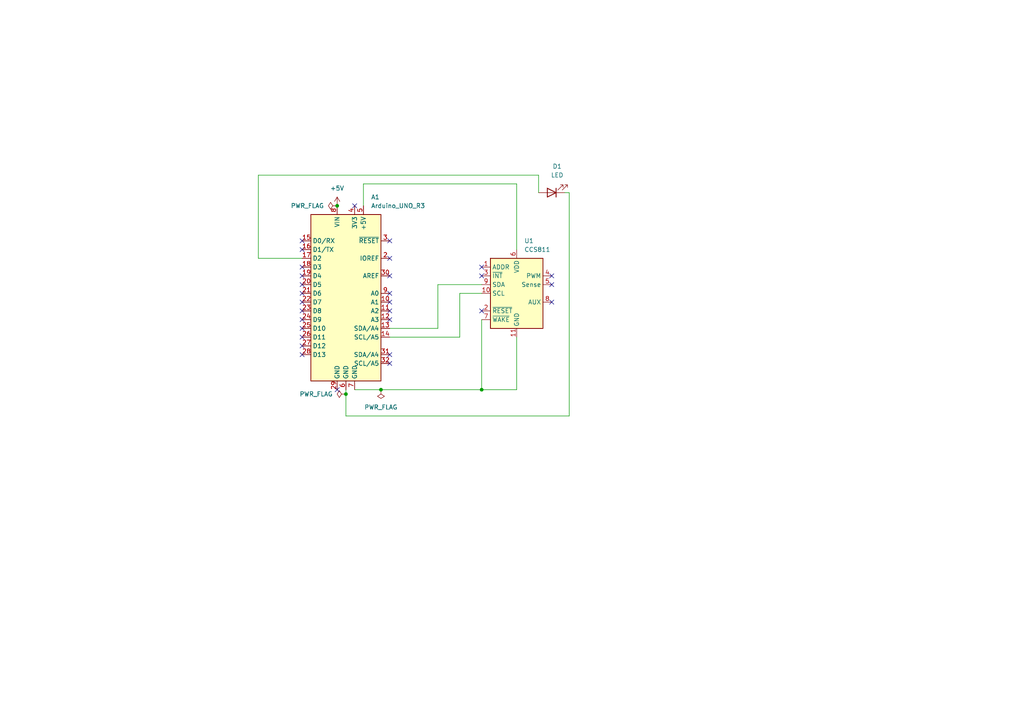
<source format=kicad_sch>
(kicad_sch (version 20230121) (generator eeschema)

  (uuid 899c2de7-1d64-41b1-8b41-3ab40a000d04)

  (paper "A4")

  (lib_symbols
    (symbol "Device:LED" (pin_numbers hide) (pin_names (offset 1.016) hide) (in_bom yes) (on_board yes)
      (property "Reference" "D" (at 0 2.54 0)
        (effects (font (size 1.27 1.27)))
      )
      (property "Value" "LED" (at 0 -2.54 0)
        (effects (font (size 1.27 1.27)))
      )
      (property "Footprint" "" (at 0 0 0)
        (effects (font (size 1.27 1.27)) hide)
      )
      (property "Datasheet" "~" (at 0 0 0)
        (effects (font (size 1.27 1.27)) hide)
      )
      (property "ki_keywords" "LED diode" (at 0 0 0)
        (effects (font (size 1.27 1.27)) hide)
      )
      (property "ki_description" "Light emitting diode" (at 0 0 0)
        (effects (font (size 1.27 1.27)) hide)
      )
      (property "ki_fp_filters" "LED* LED_SMD:* LED_THT:*" (at 0 0 0)
        (effects (font (size 1.27 1.27)) hide)
      )
      (symbol "LED_0_1"
        (polyline
          (pts
            (xy -1.27 -1.27)
            (xy -1.27 1.27)
          )
          (stroke (width 0.254) (type default))
          (fill (type none))
        )
        (polyline
          (pts
            (xy -1.27 0)
            (xy 1.27 0)
          )
          (stroke (width 0) (type default))
          (fill (type none))
        )
        (polyline
          (pts
            (xy 1.27 -1.27)
            (xy 1.27 1.27)
            (xy -1.27 0)
            (xy 1.27 -1.27)
          )
          (stroke (width 0.254) (type default))
          (fill (type none))
        )
        (polyline
          (pts
            (xy -3.048 -0.762)
            (xy -4.572 -2.286)
            (xy -3.81 -2.286)
            (xy -4.572 -2.286)
            (xy -4.572 -1.524)
          )
          (stroke (width 0) (type default))
          (fill (type none))
        )
        (polyline
          (pts
            (xy -1.778 -0.762)
            (xy -3.302 -2.286)
            (xy -2.54 -2.286)
            (xy -3.302 -2.286)
            (xy -3.302 -1.524)
          )
          (stroke (width 0) (type default))
          (fill (type none))
        )
      )
      (symbol "LED_1_1"
        (pin passive line (at -3.81 0 0) (length 2.54)
          (name "K" (effects (font (size 1.27 1.27))))
          (number "1" (effects (font (size 1.27 1.27))))
        )
        (pin passive line (at 3.81 0 180) (length 2.54)
          (name "A" (effects (font (size 1.27 1.27))))
          (number "2" (effects (font (size 1.27 1.27))))
        )
      )
    )
    (symbol "MCU_Module:Arduino_UNO_R3" (in_bom yes) (on_board yes)
      (property "Reference" "A" (at -10.16 23.495 0)
        (effects (font (size 1.27 1.27)) (justify left bottom))
      )
      (property "Value" "Arduino_UNO_R3" (at 5.08 -26.67 0)
        (effects (font (size 1.27 1.27)) (justify left top))
      )
      (property "Footprint" "Module:Arduino_UNO_R3" (at 0 0 0)
        (effects (font (size 1.27 1.27) italic) hide)
      )
      (property "Datasheet" "https://www.arduino.cc/en/Main/arduinoBoardUno" (at 0 0 0)
        (effects (font (size 1.27 1.27)) hide)
      )
      (property "ki_keywords" "Arduino UNO R3 Microcontroller Module Atmel AVR USB" (at 0 0 0)
        (effects (font (size 1.27 1.27)) hide)
      )
      (property "ki_description" "Arduino UNO Microcontroller Module, release 3" (at 0 0 0)
        (effects (font (size 1.27 1.27)) hide)
      )
      (property "ki_fp_filters" "Arduino*UNO*R3*" (at 0 0 0)
        (effects (font (size 1.27 1.27)) hide)
      )
      (symbol "Arduino_UNO_R3_0_1"
        (rectangle (start -10.16 22.86) (end 10.16 -25.4)
          (stroke (width 0.254) (type default))
          (fill (type background))
        )
      )
      (symbol "Arduino_UNO_R3_1_1"
        (pin no_connect line (at -10.16 -20.32 0) (length 2.54) hide
          (name "NC" (effects (font (size 1.27 1.27))))
          (number "1" (effects (font (size 1.27 1.27))))
        )
        (pin bidirectional line (at 12.7 -2.54 180) (length 2.54)
          (name "A1" (effects (font (size 1.27 1.27))))
          (number "10" (effects (font (size 1.27 1.27))))
        )
        (pin bidirectional line (at 12.7 -5.08 180) (length 2.54)
          (name "A2" (effects (font (size 1.27 1.27))))
          (number "11" (effects (font (size 1.27 1.27))))
        )
        (pin bidirectional line (at 12.7 -7.62 180) (length 2.54)
          (name "A3" (effects (font (size 1.27 1.27))))
          (number "12" (effects (font (size 1.27 1.27))))
        )
        (pin bidirectional line (at 12.7 -10.16 180) (length 2.54)
          (name "SDA/A4" (effects (font (size 1.27 1.27))))
          (number "13" (effects (font (size 1.27 1.27))))
        )
        (pin bidirectional line (at 12.7 -12.7 180) (length 2.54)
          (name "SCL/A5" (effects (font (size 1.27 1.27))))
          (number "14" (effects (font (size 1.27 1.27))))
        )
        (pin bidirectional line (at -12.7 15.24 0) (length 2.54)
          (name "D0/RX" (effects (font (size 1.27 1.27))))
          (number "15" (effects (font (size 1.27 1.27))))
        )
        (pin bidirectional line (at -12.7 12.7 0) (length 2.54)
          (name "D1/TX" (effects (font (size 1.27 1.27))))
          (number "16" (effects (font (size 1.27 1.27))))
        )
        (pin bidirectional line (at -12.7 10.16 0) (length 2.54)
          (name "D2" (effects (font (size 1.27 1.27))))
          (number "17" (effects (font (size 1.27 1.27))))
        )
        (pin bidirectional line (at -12.7 7.62 0) (length 2.54)
          (name "D3" (effects (font (size 1.27 1.27))))
          (number "18" (effects (font (size 1.27 1.27))))
        )
        (pin bidirectional line (at -12.7 5.08 0) (length 2.54)
          (name "D4" (effects (font (size 1.27 1.27))))
          (number "19" (effects (font (size 1.27 1.27))))
        )
        (pin output line (at 12.7 10.16 180) (length 2.54)
          (name "IOREF" (effects (font (size 1.27 1.27))))
          (number "2" (effects (font (size 1.27 1.27))))
        )
        (pin bidirectional line (at -12.7 2.54 0) (length 2.54)
          (name "D5" (effects (font (size 1.27 1.27))))
          (number "20" (effects (font (size 1.27 1.27))))
        )
        (pin bidirectional line (at -12.7 0 0) (length 2.54)
          (name "D6" (effects (font (size 1.27 1.27))))
          (number "21" (effects (font (size 1.27 1.27))))
        )
        (pin bidirectional line (at -12.7 -2.54 0) (length 2.54)
          (name "D7" (effects (font (size 1.27 1.27))))
          (number "22" (effects (font (size 1.27 1.27))))
        )
        (pin bidirectional line (at -12.7 -5.08 0) (length 2.54)
          (name "D8" (effects (font (size 1.27 1.27))))
          (number "23" (effects (font (size 1.27 1.27))))
        )
        (pin bidirectional line (at -12.7 -7.62 0) (length 2.54)
          (name "D9" (effects (font (size 1.27 1.27))))
          (number "24" (effects (font (size 1.27 1.27))))
        )
        (pin bidirectional line (at -12.7 -10.16 0) (length 2.54)
          (name "D10" (effects (font (size 1.27 1.27))))
          (number "25" (effects (font (size 1.27 1.27))))
        )
        (pin bidirectional line (at -12.7 -12.7 0) (length 2.54)
          (name "D11" (effects (font (size 1.27 1.27))))
          (number "26" (effects (font (size 1.27 1.27))))
        )
        (pin bidirectional line (at -12.7 -15.24 0) (length 2.54)
          (name "D12" (effects (font (size 1.27 1.27))))
          (number "27" (effects (font (size 1.27 1.27))))
        )
        (pin bidirectional line (at -12.7 -17.78 0) (length 2.54)
          (name "D13" (effects (font (size 1.27 1.27))))
          (number "28" (effects (font (size 1.27 1.27))))
        )
        (pin power_in line (at -2.54 -27.94 90) (length 2.54)
          (name "GND" (effects (font (size 1.27 1.27))))
          (number "29" (effects (font (size 1.27 1.27))))
        )
        (pin input line (at 12.7 15.24 180) (length 2.54)
          (name "~{RESET}" (effects (font (size 1.27 1.27))))
          (number "3" (effects (font (size 1.27 1.27))))
        )
        (pin input line (at 12.7 5.08 180) (length 2.54)
          (name "AREF" (effects (font (size 1.27 1.27))))
          (number "30" (effects (font (size 1.27 1.27))))
        )
        (pin bidirectional line (at 12.7 -17.78 180) (length 2.54)
          (name "SDA/A4" (effects (font (size 1.27 1.27))))
          (number "31" (effects (font (size 1.27 1.27))))
        )
        (pin bidirectional line (at 12.7 -20.32 180) (length 2.54)
          (name "SCL/A5" (effects (font (size 1.27 1.27))))
          (number "32" (effects (font (size 1.27 1.27))))
        )
        (pin power_out line (at 2.54 25.4 270) (length 2.54)
          (name "3V3" (effects (font (size 1.27 1.27))))
          (number "4" (effects (font (size 1.27 1.27))))
        )
        (pin power_out line (at 5.08 25.4 270) (length 2.54)
          (name "+5V" (effects (font (size 1.27 1.27))))
          (number "5" (effects (font (size 1.27 1.27))))
        )
        (pin power_in line (at 0 -27.94 90) (length 2.54)
          (name "GND" (effects (font (size 1.27 1.27))))
          (number "6" (effects (font (size 1.27 1.27))))
        )
        (pin power_in line (at 2.54 -27.94 90) (length 2.54)
          (name "GND" (effects (font (size 1.27 1.27))))
          (number "7" (effects (font (size 1.27 1.27))))
        )
        (pin power_in line (at -2.54 25.4 270) (length 2.54)
          (name "VIN" (effects (font (size 1.27 1.27))))
          (number "8" (effects (font (size 1.27 1.27))))
        )
        (pin bidirectional line (at 12.7 0 180) (length 2.54)
          (name "A0" (effects (font (size 1.27 1.27))))
          (number "9" (effects (font (size 1.27 1.27))))
        )
      )
    )
    (symbol "Sensor_Gas:CCS811" (in_bom yes) (on_board yes)
      (property "Reference" "U" (at -8.89 13.97 0)
        (effects (font (size 1.27 1.27)))
      )
      (property "Value" "CCS811" (at -6.35 11.43 0)
        (effects (font (size 1.27 1.27)))
      )
      (property "Footprint" "Package_LGA:AMS_LGA-10-1EP_2.7x4mm_P0.6mm" (at 0 -15.24 0)
        (effects (font (size 1.27 1.27)) hide)
      )
      (property "Datasheet" "https://www.sciosense.com/wp-content/uploads/documents/SC-001232-DS-3-CCS811B-Datasheet-Revision-2.pdf" (at 0 -5.08 0)
        (effects (font (size 1.27 1.27)) hide)
      )
      (property "ki_keywords" "metal oxide gas sensor MOX volatile organix comounds VOC I2C" (at 0 0 0)
        (effects (font (size 1.27 1.27)) hide)
      )
      (property "ki_description" "Ultra-low power digital gas sensor for monitoring indoor air quality" (at 0 0 0)
        (effects (font (size 1.27 1.27)) hide)
      )
      (property "ki_fp_filters" "AMS?LGA*EP*2.7x4mm*P0.6mm*" (at 0 0 0)
        (effects (font (size 1.27 1.27)) hide)
      )
      (symbol "CCS811_0_1"
        (rectangle (start -7.62 10.16) (end 7.62 -10.16)
          (stroke (width 0.254) (type default))
          (fill (type background))
        )
      )
      (symbol "CCS811_1_1"
        (pin input line (at -10.16 7.62 0) (length 2.54)
          (name "ADDR" (effects (font (size 1.27 1.27))))
          (number "1" (effects (font (size 1.27 1.27))))
        )
        (pin input line (at -10.16 0 0) (length 2.54)
          (name "SCL" (effects (font (size 1.27 1.27))))
          (number "10" (effects (font (size 1.27 1.27))))
        )
        (pin power_in line (at 0 -12.7 90) (length 2.54)
          (name "GND" (effects (font (size 1.27 1.27))))
          (number "11" (effects (font (size 1.27 1.27))))
        )
        (pin input line (at -10.16 -5.08 0) (length 2.54)
          (name "~{RESET}" (effects (font (size 1.27 1.27))))
          (number "2" (effects (font (size 1.27 1.27))))
        )
        (pin output line (at -10.16 5.08 0) (length 2.54)
          (name "~{INT}" (effects (font (size 1.27 1.27))))
          (number "3" (effects (font (size 1.27 1.27))))
        )
        (pin output line (at 10.16 5.08 180) (length 2.54)
          (name "PWM" (effects (font (size 1.27 1.27))))
          (number "4" (effects (font (size 1.27 1.27))))
        )
        (pin bidirectional line (at 10.16 2.54 180) (length 2.54)
          (name "Sense" (effects (font (size 1.27 1.27))))
          (number "5" (effects (font (size 1.27 1.27))))
        )
        (pin power_in line (at 0 12.7 270) (length 2.54)
          (name "VDD" (effects (font (size 1.27 1.27))))
          (number "6" (effects (font (size 1.27 1.27))))
        )
        (pin input line (at -10.16 -7.62 0) (length 2.54)
          (name "~{WAKE}" (effects (font (size 1.27 1.27))))
          (number "7" (effects (font (size 1.27 1.27))))
        )
        (pin input line (at 10.16 -2.54 180) (length 2.54)
          (name "AUX" (effects (font (size 1.27 1.27))))
          (number "8" (effects (font (size 1.27 1.27))))
        )
        (pin bidirectional line (at -10.16 2.54 0) (length 2.54)
          (name "SDA" (effects (font (size 1.27 1.27))))
          (number "9" (effects (font (size 1.27 1.27))))
        )
      )
    )
    (symbol "power:+5V" (power) (pin_names (offset 0)) (in_bom yes) (on_board yes)
      (property "Reference" "#PWR" (at 0 -3.81 0)
        (effects (font (size 1.27 1.27)) hide)
      )
      (property "Value" "+5V" (at 0 3.556 0)
        (effects (font (size 1.27 1.27)))
      )
      (property "Footprint" "" (at 0 0 0)
        (effects (font (size 1.27 1.27)) hide)
      )
      (property "Datasheet" "" (at 0 0 0)
        (effects (font (size 1.27 1.27)) hide)
      )
      (property "ki_keywords" "global power" (at 0 0 0)
        (effects (font (size 1.27 1.27)) hide)
      )
      (property "ki_description" "Power symbol creates a global label with name \"+5V\"" (at 0 0 0)
        (effects (font (size 1.27 1.27)) hide)
      )
      (symbol "+5V_0_1"
        (polyline
          (pts
            (xy -0.762 1.27)
            (xy 0 2.54)
          )
          (stroke (width 0) (type default))
          (fill (type none))
        )
        (polyline
          (pts
            (xy 0 0)
            (xy 0 2.54)
          )
          (stroke (width 0) (type default))
          (fill (type none))
        )
        (polyline
          (pts
            (xy 0 2.54)
            (xy 0.762 1.27)
          )
          (stroke (width 0) (type default))
          (fill (type none))
        )
      )
      (symbol "+5V_1_1"
        (pin power_in line (at 0 0 90) (length 0) hide
          (name "+5V" (effects (font (size 1.27 1.27))))
          (number "1" (effects (font (size 1.27 1.27))))
        )
      )
    )
    (symbol "power:PWR_FLAG" (power) (pin_numbers hide) (pin_names (offset 0) hide) (in_bom yes) (on_board yes)
      (property "Reference" "#FLG" (at 0 1.905 0)
        (effects (font (size 1.27 1.27)) hide)
      )
      (property "Value" "PWR_FLAG" (at 0 3.81 0)
        (effects (font (size 1.27 1.27)))
      )
      (property "Footprint" "" (at 0 0 0)
        (effects (font (size 1.27 1.27)) hide)
      )
      (property "Datasheet" "~" (at 0 0 0)
        (effects (font (size 1.27 1.27)) hide)
      )
      (property "ki_keywords" "flag power" (at 0 0 0)
        (effects (font (size 1.27 1.27)) hide)
      )
      (property "ki_description" "Special symbol for telling ERC where power comes from" (at 0 0 0)
        (effects (font (size 1.27 1.27)) hide)
      )
      (symbol "PWR_FLAG_0_0"
        (pin power_out line (at 0 0 90) (length 0)
          (name "pwr" (effects (font (size 1.27 1.27))))
          (number "1" (effects (font (size 1.27 1.27))))
        )
      )
      (symbol "PWR_FLAG_0_1"
        (polyline
          (pts
            (xy 0 0)
            (xy 0 1.27)
            (xy -1.016 1.905)
            (xy 0 2.54)
            (xy 1.016 1.905)
            (xy 0 1.27)
          )
          (stroke (width 0) (type default))
          (fill (type none))
        )
      )
    )
  )

  (junction (at 110.49 113.03) (diameter 0) (color 0 0 0 0)
    (uuid 4c32b502-08ab-4ad0-b7ea-e7acd44186c7)
  )
  (junction (at 97.79 59.69) (diameter 0) (color 0 0 0 0)
    (uuid bf6c8b3e-74ff-4db3-acd1-067db841f84f)
  )
  (junction (at 100.33 114.3) (diameter 0) (color 0 0 0 0)
    (uuid cbae71e4-ff03-4fe6-a2a3-7c6a31757e00)
  )
  (junction (at 139.7 113.03) (diameter 0) (color 0 0 0 0)
    (uuid d23cf84d-6925-494c-b25b-03a7c35e19a3)
  )

  (no_connect (at 87.63 102.87) (uuid 008ed8fe-21ea-49cd-92ec-a29a94cee0cf))
  (no_connect (at 160.02 82.55) (uuid 02f3dbf4-c498-4696-a916-a4e855cee763))
  (no_connect (at 113.03 102.87) (uuid 0e2a092f-a0f8-43be-a05c-6508def29b5e))
  (no_connect (at 87.63 87.63) (uuid 0ebe7463-4b7e-418d-9ce0-7310c98ea8ce))
  (no_connect (at 113.03 92.71) (uuid 173ca812-a832-48c8-bdad-e29f088fc6dd))
  (no_connect (at 87.63 97.79) (uuid 1a66967d-9708-480f-8b24-3cb1f31e729d))
  (no_connect (at 87.63 85.09) (uuid 213191e5-620a-45fb-a695-cf6423734c8d))
  (no_connect (at 113.03 105.41) (uuid 3c2df29c-1db6-459b-875a-755ef1edd0c4))
  (no_connect (at 87.63 100.33) (uuid 490bf8a0-2664-40a7-930f-28048ad402ca))
  (no_connect (at 139.7 90.17) (uuid 5335daf6-73f6-438d-92c8-2257f2bf5736))
  (no_connect (at 87.63 69.85) (uuid 575f85e3-31ee-4d47-b060-fee319b609b9))
  (no_connect (at 113.03 87.63) (uuid 5a1e0f26-2689-42d4-9e2b-56fafe657214))
  (no_connect (at 102.87 59.69) (uuid 5a6d8be4-4715-4cd7-863b-627f948885dc))
  (no_connect (at 160.02 87.63) (uuid 6ea215f8-f173-401a-971b-ce1c1e63caf1))
  (no_connect (at 139.7 80.01) (uuid 7f8a7b06-a718-4fa8-be1d-1d4f41449124))
  (no_connect (at 87.63 80.01) (uuid 8a430688-58f3-4d89-94ca-1e4d678f1b18))
  (no_connect (at 87.63 72.39) (uuid 91ba6f18-e384-4fdb-b689-e709528d763c))
  (no_connect (at 87.63 77.47) (uuid 947e2d77-11f9-420d-8a37-153430bc7703))
  (no_connect (at 113.03 74.93) (uuid 95897940-bc82-469b-8783-91de39cb1bc3))
  (no_connect (at 87.63 82.55) (uuid 960d5042-3404-42e9-a195-ba6509021187))
  (no_connect (at 113.03 85.09) (uuid a850028c-6345-4257-911f-ba6bc91ce9b3))
  (no_connect (at 113.03 90.17) (uuid ba8aec87-ceef-4e34-b098-bc756353d4b6))
  (no_connect (at 139.7 77.47) (uuid d10609c7-21f4-4a3b-a732-efb3bdee6ff8))
  (no_connect (at 87.63 90.17) (uuid d16946de-0d37-4cd3-94b8-add898f73f47))
  (no_connect (at 87.63 95.25) (uuid e4c480b0-abcc-40a3-80c1-fa7af9e729a3))
  (no_connect (at 113.03 80.01) (uuid e7ab3db8-95dd-4b50-b967-85320054561a))
  (no_connect (at 113.03 69.85) (uuid ef16afee-8770-4cc6-8157-1573e944ee54))
  (no_connect (at 160.02 80.01) (uuid f47f9640-42b0-496c-8fde-d4dab2fc5fc8))
  (no_connect (at 87.63 92.71) (uuid f674a916-e534-4296-91b1-0df697d6251a))
  (no_connect (at 97.79 113.03) (uuid fa54324f-e6c0-42d6-93a4-952288ac8e96))

  (wire (pts (xy 74.93 50.8) (xy 156.21 50.8))
    (stroke (width 0) (type default))
    (uuid 0b611ce4-3347-4c2f-9450-04e8f6f9bdb5)
  )
  (wire (pts (xy 139.7 92.71) (xy 139.7 113.03))
    (stroke (width 0) (type default))
    (uuid 0e10f213-cf51-4f63-abd7-1f5c6b132fd4)
  )
  (wire (pts (xy 149.86 53.34) (xy 149.86 72.39))
    (stroke (width 0) (type default))
    (uuid 1c9d2f05-289d-462d-ac04-2a916a6a0d76)
  )
  (wire (pts (xy 100.33 120.65) (xy 100.33 114.3))
    (stroke (width 0) (type default))
    (uuid 1eda3bdd-dccd-4d9f-aa94-e1fb810a9092)
  )
  (wire (pts (xy 127 82.55) (xy 139.7 82.55))
    (stroke (width 0) (type default))
    (uuid 32488000-be88-4c8f-830c-d61e40d2bdd9)
  )
  (wire (pts (xy 165.1 55.88) (xy 165.1 120.65))
    (stroke (width 0) (type default))
    (uuid 3ecec4e8-17e6-456e-b428-b1e9d4515352)
  )
  (wire (pts (xy 127 95.25) (xy 127 82.55))
    (stroke (width 0) (type default))
    (uuid 4f1042aa-a0c8-4bae-8d26-61fe46b79e27)
  )
  (wire (pts (xy 110.49 113.03) (xy 139.7 113.03))
    (stroke (width 0) (type default))
    (uuid 556d3c1f-05c8-4b03-93aa-da28d2fd5492)
  )
  (wire (pts (xy 105.41 53.34) (xy 149.86 53.34))
    (stroke (width 0) (type default))
    (uuid 6e2cd7f9-35ba-4b6a-ab8d-f14b59119e89)
  )
  (wire (pts (xy 74.93 74.93) (xy 74.93 50.8))
    (stroke (width 0) (type default))
    (uuid 70a01674-bacc-4cdc-94fd-1622dcd3f97f)
  )
  (wire (pts (xy 87.63 74.93) (xy 74.93 74.93))
    (stroke (width 0) (type default))
    (uuid 7ff2203d-d7a5-4001-a1a8-4524c824dae0)
  )
  (wire (pts (xy 149.86 113.03) (xy 149.86 97.79))
    (stroke (width 0) (type default))
    (uuid 80b7a910-d5b5-44e5-80f6-fb9e7ca340c4)
  )
  (wire (pts (xy 165.1 120.65) (xy 100.33 120.65))
    (stroke (width 0) (type default))
    (uuid 8b32a6b1-da0f-42b1-b180-0e42be2a3c4e)
  )
  (wire (pts (xy 163.83 55.88) (xy 165.1 55.88))
    (stroke (width 0) (type default))
    (uuid 8f886744-4284-45cf-b266-c12acc27dd4f)
  )
  (wire (pts (xy 133.35 85.09) (xy 139.7 85.09))
    (stroke (width 0) (type default))
    (uuid 93d995b0-ce5b-43c9-b4ce-5462ccd2b2b7)
  )
  (wire (pts (xy 113.03 95.25) (xy 127 95.25))
    (stroke (width 0) (type default))
    (uuid 953642a4-6d2a-40f5-8e20-63f777149bb0)
  )
  (wire (pts (xy 156.21 50.8) (xy 156.21 55.88))
    (stroke (width 0) (type default))
    (uuid a60b6ea1-30d9-4a47-a1d5-4c6f30de8664)
  )
  (wire (pts (xy 102.87 113.03) (xy 110.49 113.03))
    (stroke (width 0) (type default))
    (uuid a877fede-fb3a-47cf-8f7e-9c088b9fd2f7)
  )
  (wire (pts (xy 105.41 59.69) (xy 105.41 53.34))
    (stroke (width 0) (type default))
    (uuid ac5e8657-e59e-4d4b-9d02-54118094154d)
  )
  (wire (pts (xy 133.35 97.79) (xy 133.35 85.09))
    (stroke (width 0) (type default))
    (uuid b54549a9-4f6d-4810-9e35-a634604cb964)
  )
  (wire (pts (xy 100.33 114.3) (xy 100.33 113.03))
    (stroke (width 0) (type default))
    (uuid da0aaa3a-796f-4954-b08a-64de7d9cd284)
  )
  (wire (pts (xy 139.7 113.03) (xy 149.86 113.03))
    (stroke (width 0) (type default))
    (uuid ebd805a1-f00d-44a1-8ace-5ec30a3e6f0d)
  )
  (wire (pts (xy 113.03 97.79) (xy 133.35 97.79))
    (stroke (width 0) (type default))
    (uuid efbcff72-9b58-4964-b409-24608495ebf5)
  )

  (symbol (lib_id "power:+5V") (at 97.79 59.69 0) (unit 1)
    (in_bom yes) (on_board yes) (dnp no) (fields_autoplaced)
    (uuid 30114c93-dc1d-47eb-afbc-827c8d39e973)
    (property "Reference" "#PWR01" (at 97.79 63.5 0)
      (effects (font (size 1.27 1.27)) hide)
    )
    (property "Value" "+5V" (at 97.79 54.61 0)
      (effects (font (size 1.27 1.27)))
    )
    (property "Footprint" "" (at 97.79 59.69 0)
      (effects (font (size 1.27 1.27)) hide)
    )
    (property "Datasheet" "" (at 97.79 59.69 0)
      (effects (font (size 1.27 1.27)) hide)
    )
    (pin "1" (uuid 1df30db8-4eae-4fa3-912c-690aebf6c4e7))
    (instances
      (project "project3"
        (path "/899c2de7-1d64-41b1-8b41-3ab40a000d04"
          (reference "#PWR01") (unit 1)
        )
      )
    )
  )

  (symbol (lib_id "power:PWR_FLAG") (at 97.79 59.69 90) (unit 1)
    (in_bom yes) (on_board yes) (dnp no) (fields_autoplaced)
    (uuid 6fb73643-b4e0-4cd1-a9cd-60ebb4678dab)
    (property "Reference" "#FLG01" (at 95.885 59.69 0)
      (effects (font (size 1.27 1.27)) hide)
    )
    (property "Value" "PWR_FLAG" (at 93.98 59.69 90)
      (effects (font (size 1.27 1.27)) (justify left))
    )
    (property "Footprint" "" (at 97.79 59.69 0)
      (effects (font (size 1.27 1.27)) hide)
    )
    (property "Datasheet" "~" (at 97.79 59.69 0)
      (effects (font (size 1.27 1.27)) hide)
    )
    (pin "1" (uuid b78f1c1d-554b-4e0d-b7f5-adaed24ad01c))
    (instances
      (project "project3"
        (path "/899c2de7-1d64-41b1-8b41-3ab40a000d04"
          (reference "#FLG01") (unit 1)
        )
      )
    )
  )

  (symbol (lib_id "power:PWR_FLAG") (at 100.33 114.3 90) (unit 1)
    (in_bom yes) (on_board yes) (dnp no) (fields_autoplaced)
    (uuid 723a63fb-6e7f-48dc-9220-ad174f311b99)
    (property "Reference" "#FLG02" (at 98.425 114.3 0)
      (effects (font (size 1.27 1.27)) hide)
    )
    (property "Value" "PWR_FLAG" (at 96.52 114.3 90)
      (effects (font (size 1.27 1.27)) (justify left))
    )
    (property "Footprint" "" (at 100.33 114.3 0)
      (effects (font (size 1.27 1.27)) hide)
    )
    (property "Datasheet" "~" (at 100.33 114.3 0)
      (effects (font (size 1.27 1.27)) hide)
    )
    (pin "1" (uuid 6ed77d42-6f57-4390-a30b-1017e7aeda9e))
    (instances
      (project "project3"
        (path "/899c2de7-1d64-41b1-8b41-3ab40a000d04"
          (reference "#FLG02") (unit 1)
        )
      )
    )
  )

  (symbol (lib_id "Sensor_Gas:CCS811") (at 149.86 85.09 0) (unit 1)
    (in_bom yes) (on_board yes) (dnp no) (fields_autoplaced)
    (uuid 7d389017-9bf5-4369-a8ba-eb2f6ed0b015)
    (property "Reference" "U1" (at 152.0541 69.85 0)
      (effects (font (size 1.27 1.27)) (justify left))
    )
    (property "Value" "CCS811" (at 152.0541 72.39 0)
      (effects (font (size 1.27 1.27)) (justify left))
    )
    (property "Footprint" "Package_DIP:DIP-64_W25.4mm_Socket" (at 149.86 100.33 0)
      (effects (font (size 1.27 1.27)) hide)
    )
    (property "Datasheet" "https://www.sciosense.com/wp-content/uploads/documents/SC-001232-DS-3-CCS811B-Datasheet-Revision-2.pdf" (at 149.86 90.17 0)
      (effects (font (size 1.27 1.27)) hide)
    )
    (pin "10" (uuid 10e6b6cc-eef5-4e3c-87d9-b6ffe0708e40))
    (pin "6" (uuid 2f5cbee8-ebfb-48fb-9a55-8686be2f0e24))
    (pin "1" (uuid 53c29494-09cf-43f7-9cec-aba0a8134406))
    (pin "11" (uuid 0620884b-2f67-423c-a8ed-2f6e0f9c211b))
    (pin "2" (uuid a894cd3d-f0d8-412f-9096-2a5fe357ceef))
    (pin "4" (uuid ce4e1676-b99c-429f-8220-f1cacb4168c9))
    (pin "3" (uuid ad989785-eb2c-4711-8985-7e1acfe58344))
    (pin "5" (uuid 66a92347-5425-42ea-a9c2-b43f0964a582))
    (pin "7" (uuid 5d50330d-64a9-4551-b77d-2f5ad797f877))
    (pin "8" (uuid 8284736f-99d5-4d52-b3c7-61dcf42c1e5e))
    (pin "9" (uuid 24f8cf61-e502-49f8-b04d-c6862dbe6a33))
    (instances
      (project "project3"
        (path "/899c2de7-1d64-41b1-8b41-3ab40a000d04"
          (reference "U1") (unit 1)
        )
      )
    )
  )

  (symbol (lib_id "power:PWR_FLAG") (at 110.49 113.03 180) (unit 1)
    (in_bom yes) (on_board yes) (dnp no) (fields_autoplaced)
    (uuid b2209d74-01b8-44fe-ac97-e3e3ead7f640)
    (property "Reference" "#FLG03" (at 110.49 114.935 0)
      (effects (font (size 1.27 1.27)) hide)
    )
    (property "Value" "PWR_FLAG" (at 110.49 118.11 0)
      (effects (font (size 1.27 1.27)))
    )
    (property "Footprint" "" (at 110.49 113.03 0)
      (effects (font (size 1.27 1.27)) hide)
    )
    (property "Datasheet" "~" (at 110.49 113.03 0)
      (effects (font (size 1.27 1.27)) hide)
    )
    (pin "1" (uuid 40ded376-1f0c-4b8c-90d0-d47dd220f4b7))
    (instances
      (project "project3"
        (path "/899c2de7-1d64-41b1-8b41-3ab40a000d04"
          (reference "#FLG03") (unit 1)
        )
      )
    )
  )

  (symbol (lib_id "MCU_Module:Arduino_UNO_R3") (at 100.33 85.09 0) (unit 1)
    (in_bom yes) (on_board yes) (dnp no) (fields_autoplaced)
    (uuid bcf5e785-08fa-40cf-8fd6-6e36dc086deb)
    (property "Reference" "A1" (at 107.6041 57.15 0)
      (effects (font (size 1.27 1.27)) (justify left))
    )
    (property "Value" "Arduino_UNO_R3" (at 107.6041 59.69 0)
      (effects (font (size 1.27 1.27)) (justify left))
    )
    (property "Footprint" "Module:Arduino_UNO_R3" (at 100.33 85.09 0)
      (effects (font (size 1.27 1.27) italic) hide)
    )
    (property "Datasheet" "https://www.arduino.cc/en/Main/arduinoBoardUno" (at 100.33 85.09 0)
      (effects (font (size 1.27 1.27)) hide)
    )
    (pin "15" (uuid e89439f7-2fc0-46d1-81d8-4f7672899043))
    (pin "13" (uuid d51bded3-4e1f-4c58-b20c-983fd8e36e25))
    (pin "23" (uuid 2b4eaa0d-4bde-4161-bebf-58e4e66bb542))
    (pin "30" (uuid 21b9732a-cf6f-4ee8-bf29-e204156cd39d))
    (pin "28" (uuid cb297ff9-ad62-43af-bbfc-22d80159cc1f))
    (pin "12" (uuid bd909218-2085-402f-8ea3-2c25e9b599a8))
    (pin "20" (uuid 26b9d729-d408-4029-b260-be445b0c0bdc))
    (pin "6" (uuid 64023791-b1f7-4641-9e02-2f191199d79f))
    (pin "3" (uuid 39d07b79-e54f-4c6e-967c-24169c42bec5))
    (pin "1" (uuid 86a49f00-d2be-4c78-9d6c-64e19cc112a1))
    (pin "25" (uuid 350c8d59-affc-4aa7-9066-7503ddae4400))
    (pin "19" (uuid 42d2a6df-098a-4e79-8666-ec5b1e491ccc))
    (pin "24" (uuid 53b369da-892f-46aa-a3c1-f62d35020db5))
    (pin "26" (uuid 8912f157-a418-4cbe-8a31-02561d4acfb3))
    (pin "16" (uuid d2cf440d-5e74-482a-9003-ae986b260f9d))
    (pin "2" (uuid 98fabb82-5035-4e73-9895-3f2df9f05d47))
    (pin "31" (uuid b35fdd7a-a55f-4491-9b43-77280fd17773))
    (pin "27" (uuid bd28b25e-0edd-4300-b228-4d15e915e431))
    (pin "32" (uuid 4a9bb9a6-4c81-49e8-84bb-a35722923cc2))
    (pin "7" (uuid cec5ba5e-bc33-4f6a-a840-ffc92e0068e3))
    (pin "10" (uuid da61397d-b3fe-47c4-96f7-247b33649f27))
    (pin "29" (uuid 314c1a44-813d-40c8-8732-fc13e9edf341))
    (pin "5" (uuid 9d12c4dd-92d5-453b-84e3-82253862ddd5))
    (pin "18" (uuid 335c3600-6db9-4758-9893-20ccbe0d6eea))
    (pin "9" (uuid 4e3aa1bf-657c-4102-83fb-689c72bd7663))
    (pin "8" (uuid 20bf2200-8852-40dd-9b65-128a335f4094))
    (pin "17" (uuid afb8e854-ed98-4c11-bd8a-cb132d0ea189))
    (pin "4" (uuid 3f3681a3-26f2-4a02-a8e5-34c22ab9fddd))
    (pin "14" (uuid 6ca17de1-83f3-4625-a2ee-221391f79282))
    (pin "11" (uuid 1c60f216-6a1c-4cc4-a738-58e1f3dc2474))
    (pin "22" (uuid 368f316e-dc58-4b16-9836-5854438d85e5))
    (pin "21" (uuid 1d4d9b6f-f18d-42fc-8fec-f5b1fa0be331))
    (instances
      (project "project3"
        (path "/899c2de7-1d64-41b1-8b41-3ab40a000d04"
          (reference "A1") (unit 1)
        )
      )
    )
  )

  (symbol (lib_id "Device:LED") (at 160.02 55.88 180) (unit 1)
    (in_bom yes) (on_board yes) (dnp no) (fields_autoplaced)
    (uuid d6695b72-4a9d-4beb-9f8f-4285ca0575fa)
    (property "Reference" "D1" (at 161.6075 48.26 0)
      (effects (font (size 1.27 1.27)))
    )
    (property "Value" "LED" (at 161.6075 50.8 0)
      (effects (font (size 1.27 1.27)))
    )
    (property "Footprint" "LED_THT:LED_D3.0mm" (at 160.02 55.88 0)
      (effects (font (size 1.27 1.27)) hide)
    )
    (property "Datasheet" "~" (at 160.02 55.88 0)
      (effects (font (size 1.27 1.27)) hide)
    )
    (pin "2" (uuid 1a1a7a64-9cbe-4131-9430-0df4ee3ff5d2))
    (pin "1" (uuid 1fef97b6-5994-4497-bd04-c256e8bc616a))
    (instances
      (project "project3"
        (path "/899c2de7-1d64-41b1-8b41-3ab40a000d04"
          (reference "D1") (unit 1)
        )
      )
    )
  )

  (sheet_instances
    (path "/" (page "1"))
  )
)

</source>
